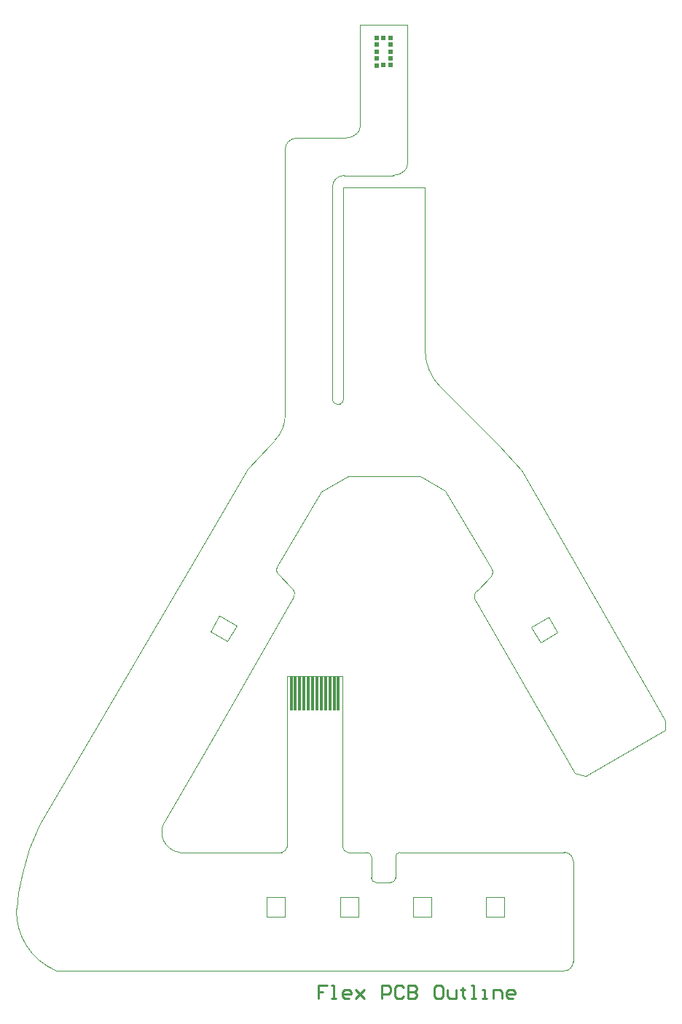
<source format=gtp>
G04*
G04 #@! TF.GenerationSoftware,Altium Limited,Altium Designer,18.1.4 (159)*
G04*
G04 Layer_Color=8421504*
%FSLAX44Y44*%
%MOMM*%
G71*
G01*
G75*
%ADD13C,0.2540*%
%ADD15C,0.0500*%
%ADD16C,0.0500*%
%ADD17C,0.0510*%
%ADD18C,0.0508*%
%ADD19R,0.5000X0.5000*%
%ADD20R,0.5000X0.5800*%
%ADD21R,0.3000X4.0000*%
D13*
X314494Y-16853D02*
X304338D01*
Y-24470D01*
X309416D01*
X304338D01*
Y-32088D01*
X319573D02*
X324651D01*
X322112D01*
Y-16853D01*
X319573D01*
X339886Y-32088D02*
X334808D01*
X332268Y-29548D01*
Y-24470D01*
X334808Y-21931D01*
X339886D01*
X342425Y-24470D01*
Y-27009D01*
X332268D01*
X347504Y-21931D02*
X357660Y-32088D01*
X352582Y-27009D01*
X357660Y-21931D01*
X347504Y-32088D01*
X377974D02*
Y-16853D01*
X385591D01*
X388130Y-19392D01*
Y-24470D01*
X385591Y-27009D01*
X377974D01*
X403366Y-19392D02*
X400826Y-16853D01*
X395748D01*
X393209Y-19392D01*
Y-29548D01*
X395748Y-32088D01*
X400826D01*
X403366Y-29548D01*
X408444Y-16853D02*
Y-32088D01*
X416061D01*
X418601Y-29548D01*
Y-27009D01*
X416061Y-24470D01*
X408444D01*
X416061D01*
X418601Y-21931D01*
Y-19392D01*
X416061Y-16853D01*
X408444D01*
X446531D02*
X441453D01*
X438914Y-19392D01*
Y-29548D01*
X441453Y-32088D01*
X446531D01*
X449071Y-29548D01*
Y-19392D01*
X446531Y-16853D01*
X454149Y-21931D02*
Y-29548D01*
X456688Y-32088D01*
X464306D01*
Y-21931D01*
X471923Y-19392D02*
Y-21931D01*
X469384D01*
X474463D01*
X471923D01*
Y-29548D01*
X474463Y-32088D01*
X482080D02*
X487158D01*
X484619D01*
Y-16853D01*
X482080D01*
X494776Y-32088D02*
X499854D01*
X497315D01*
Y-21931D01*
X494776D01*
X507472Y-32088D02*
Y-21931D01*
X515089D01*
X517629Y-24470D01*
Y-32088D01*
X530324D02*
X525246D01*
X522707Y-29548D01*
Y-24470D01*
X525246Y-21931D01*
X530324D01*
X532864Y-24470D01*
Y-27009D01*
X522707D01*
D15*
X600247Y127484D02*
G03*
X590088Y137644I-10160J0D01*
G01*
X589833Y0D02*
G03*
X600247Y10414I0J10414D01*
G01*
X614932Y226313D02*
X707436Y279556D01*
Y290448D01*
X600247Y127170D02*
Y127484D01*
X589580Y137644D02*
X590088D01*
X600247Y10414D02*
Y127170D01*
X-32213Y141140D02*
X-20447Y169226D01*
X-39578Y114471D02*
X-32213Y141140D01*
X-44658Y90849D02*
X-39578Y114471D01*
X-46625Y72103D02*
X-44658Y90849D01*
X571624Y410713D02*
X582063Y392583D01*
X551692Y399236D02*
X562131Y381106D01*
X551692Y399236D02*
X571624Y410713D01*
X562131Y381106D02*
X582063Y392583D01*
X178657Y394193D02*
X189096Y412323D01*
X198589Y382716D02*
X209028Y400846D01*
X189096Y412323D02*
X209028Y400846D01*
X178657Y394193D02*
X198589Y382716D01*
X398980Y137644D02*
X589580Y137644D01*
X338541Y137584D02*
X360648D01*
X143128Y137644D02*
X158863D01*
X200145Y137584D02*
X261566D01*
X325067Y658299D02*
X329291D01*
X371294Y102533D02*
X388334D01*
X422905Y574221D02*
X451495Y556926D01*
X505860Y466230D01*
X489008Y441558D02*
X504336Y457340D01*
X505860Y459626D01*
X506622Y462928D01*
X505860Y466230D02*
X506622Y462928D01*
X257617Y460498D02*
X272945Y444716D01*
X256093Y462784D02*
X257617Y460498D01*
X255331Y466086D02*
X256093Y462784D01*
X255331Y466086D02*
X256093Y469388D01*
X256081Y469395D02*
X308048Y556090D01*
X428241Y729359D02*
Y909359D01*
X333241Y729359D02*
Y909359D01*
D16*
X398980Y137644D02*
G03*
X393980Y132601I22J-5022D01*
G01*
X332508Y143681D02*
G03*
X338541Y137584I6065J-31D01*
G01*
X329291Y658299D02*
G03*
X333241Y662857I-304J4254D01*
G01*
X320683D02*
G03*
X325067Y658299I4849J277D01*
G01*
X261566Y137584D02*
G03*
X267507Y143772I-123J6065D01*
G01*
X388334Y102533D02*
G03*
X393980Y108045I67J5579D01*
G01*
X365648D02*
G03*
X371294Y102533I5579J67D01*
G01*
X489008Y441558D02*
G03*
X487080Y429517I5057J-6985D01*
G01*
X274873Y432675D02*
G03*
X272945Y444716I-6985J5057D01*
G01*
X-46625Y72103D02*
G03*
X0Y13I75007J-2611D01*
G01*
X125806Y173617D02*
G03*
X143128Y137644I19993J-12530D01*
G01*
X391126Y923399D02*
G03*
X404617Y928987I0J19079D01*
G01*
X428241Y720934D02*
G03*
X446201Y677573I61321J0D01*
G01*
X279164Y966804D02*
G03*
X269353Y962740I0J-13875D01*
G01*
X349617Y972392D02*
G03*
X352805Y980088I-7696J7696D01*
G01*
X334164Y923399D02*
G03*
X324353Y919335I0J-13875D01*
G01*
X269353Y962740D02*
G03*
X265683Y953879I8860J-8860D01*
G01*
X253487Y615834D02*
G03*
X265683Y645278I-29444J29444D01*
G01*
X404617Y928987D02*
G03*
X407805Y936684I-7696J7696D01*
G01*
X365648Y132601D02*
G03*
X360648Y137584I-4992J-8D01*
G01*
X336126Y966804D02*
G03*
X349617Y972392I0J19079D01*
G01*
X324353Y919335D02*
G03*
X320683Y910475I8860J-8860D01*
G01*
X614479Y226052D02*
X614932Y226313D01*
X602264Y229344D02*
X614479Y226052D01*
X499396Y62979D02*
Y85979D01*
Y62979D02*
X520396D01*
Y85979D01*
X499396D02*
X520396D01*
X414396Y62980D02*
Y85980D01*
Y62980D02*
X435396D01*
Y85980D01*
X414396D02*
X435396D01*
X329396Y62979D02*
Y85979D01*
Y62979D02*
X350396D01*
Y85979D01*
X329396D02*
X350396D01*
X244396D02*
X265396D01*
Y62979D02*
Y85979D01*
X244396Y62979D02*
X265396D01*
X244396D02*
Y85979D01*
X267507Y143772D02*
Y342054D01*
X332508Y143681D02*
Y342054D01*
X267507D02*
X332508D01*
X393980Y108045D02*
Y132601D01*
X487080Y429517D02*
X602264Y229344D01*
X0Y0D02*
X532999Y0D01*
X589833D01*
X333241Y909359D02*
X428241D01*
X334164Y923399D02*
X391126D01*
X446201Y677573D02*
X514176Y609599D01*
X177228Y262982D02*
X274873Y432675D01*
X540153Y581162D02*
X595391Y485166D01*
X707436Y290448D01*
X166106Y487019D02*
X222176Y582534D01*
X-20447Y169226D02*
X166106Y487019D01*
X125806Y173617D02*
X177228Y262982D01*
X308048Y556090D02*
X339311Y574555D01*
X342898Y574567D02*
X422905Y574221D01*
X279164Y966804D02*
X336126D01*
X514176Y609599D02*
X540153Y581162D01*
X222176Y582534D02*
X248399Y610746D01*
X253487Y615834D01*
X158923Y137584D02*
X200145D01*
X320683Y662857D02*
Y900046D01*
X428241Y720934D02*
Y729359D01*
X365648Y108045D02*
Y132601D01*
X333241Y662857D02*
Y729359D01*
X320683Y900046D02*
Y910475D01*
X339311Y574555D02*
X341104Y574576D01*
X342898Y574567D01*
X265683Y645278D02*
Y651873D01*
D17*
X352805Y1098628D02*
X407805D01*
Y936684D02*
Y1098628D01*
D18*
X352805Y980088D02*
Y1098628D01*
X265683Y651873D02*
X265683Y953879D01*
D19*
X379904Y1051352D02*
D03*
X387904D02*
D03*
Y1059352D02*
D03*
Y1067352D02*
D03*
Y1075352D02*
D03*
Y1083352D02*
D03*
X379904D02*
D03*
X371903D02*
D03*
Y1075352D02*
D03*
Y1067352D02*
D03*
Y1059352D02*
D03*
D20*
Y1050953D02*
D03*
D21*
X272507Y322054D02*
D03*
X277507D02*
D03*
X327508D02*
D03*
X322508D02*
D03*
X317507D02*
D03*
X312507D02*
D03*
X307507D02*
D03*
X302507D02*
D03*
X297507D02*
D03*
X292507D02*
D03*
X287508D02*
D03*
X282508D02*
D03*
M02*

</source>
